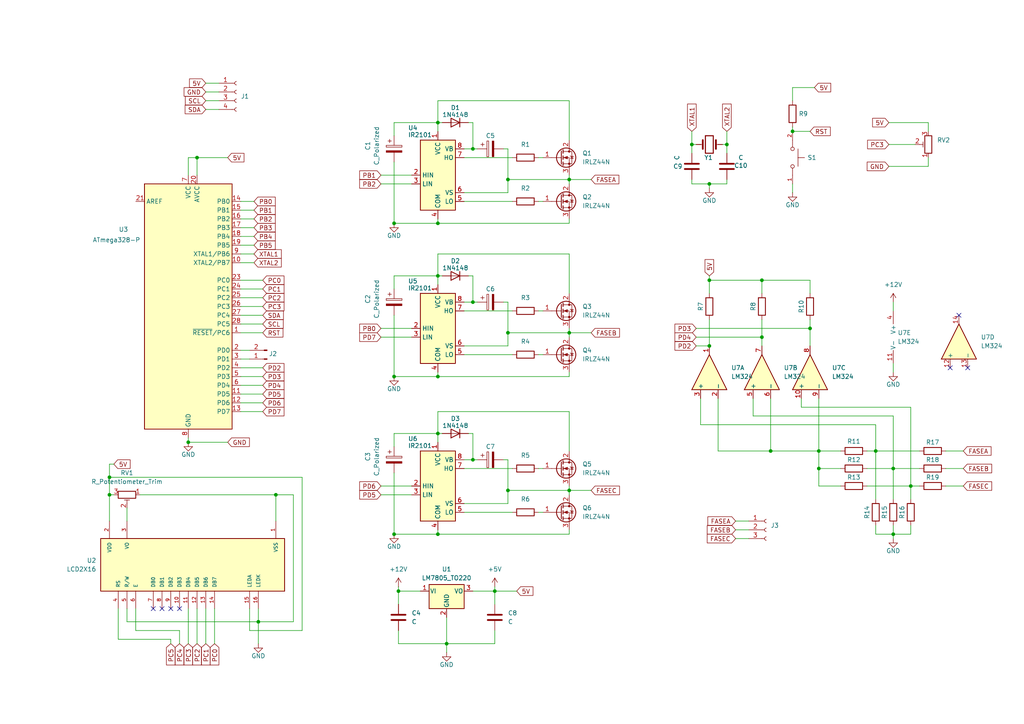
<source format=kicad_sch>
(kicad_sch (version 20231120) (generator "eeschema") (generator_version "8.0")
  (paper "A4")
  (junction (at 31.75 138.43))
  (junction (at 127 64.77))
  (junction (at 234.95 95.25))
  (junction (at 54.61 128.27))
  (junction (at 165.1 52.07))
  (junction (at 114.3 154.94))
  (junction (at 165.1 142.24))
  (junction (at 127 80.01))
  (junction (at 127 35.56))
  (junction (at 237.49 135.89))
  (junction (at 57.15 45.72))
  (junction (at 80.01 143.51))
  (junction (at 114.3 64.77))
  (junction (at 127 109.22))
  (junction (at 31.75 143.51))
  (junction (at 74.93 180.34))
  (junction (at 259.08 135.89))
  (junction (at 205.74 81.28))
  (junction (at 223.52 130.81))
  (junction (at 220.98 81.28))
  (junction (at 137.16 43.18))
  (junction (at 205.74 100.33))
  (junction (at 127 154.94))
  (junction (at 254 130.81))
  (junction (at 137.16 133.35))
  (junction (at 114.3 109.22))
  (junction (at 220.98 97.79))
  (junction (at 129.54 186.69))
  (junction (at 200.66 41.91))
  (junction (at 147.32 96.52))
  (junction (at 210.82 41.91))
  (junction (at 115.57 171.45))
  (junction (at 229.87 38.1))
  (junction (at 147.32 142.24))
  (junction (at 165.1 96.52))
  (junction (at 205.74 53.34))
  (junction (at 147.32 52.07))
  (junction (at 127 125.73))
  (junction (at 137.16 87.63))
  (junction (at 237.49 130.81))
  (junction (at 143.51 171.45))
  (junction (at 259.08 154.94))
  (junction (at 264.16 140.97))
  (no_connect (at 52.07 176.53))
  (no_connect (at 278.13 91.44))
  (no_connect (at 49.53 176.53))
  (no_connect (at 44.45 176.53))
  (no_connect (at 46.99 176.53))
  (no_connect (at 275.59 106.68))
  (no_connect (at 280.67 106.68))
  (wire (pts (xy 254 152.4) (xy 254 154.94)))
  (wire (pts (xy 73.66 73.66) (xy 69.85 73.66)))
  (wire (pts (xy 229.87 38.1) (xy 234.95 38.1)))
  (wire (pts (xy 137.16 35.56) (xy 135.89 35.56)))
  (wire (pts (xy 73.66 71.12) (xy 69.85 71.12)))
  (wire (pts (xy 59.69 29.21) (xy 63.5 29.21)))
  (wire (pts (xy 114.3 35.56) (xy 127 35.56)))
  (wire (pts (xy 143.51 182.88) (xy 143.51 186.69)))
  (wire (pts (xy 254 130.81) (xy 266.7 130.81)))
  (wire (pts (xy 218.44 120.65) (xy 259.08 120.65)))
  (wire (pts (xy 62.23 176.53) (xy 62.23 186.69)))
  (wire (pts (xy 114.3 125.73) (xy 127 125.73)))
  (wire (pts (xy 49.53 186.69) (xy 49.53 185.42)))
  (wire (pts (xy 143.51 171.45) (xy 149.86 171.45)))
  (wire (pts (xy 279.4 140.97) (xy 274.32 140.97)))
  (wire (pts (xy 57.15 176.53) (xy 57.15 186.69)))
  (wire (pts (xy 165.1 154.94) (xy 127 154.94)))
  (wire (pts (xy 243.84 130.81) (xy 237.49 130.81)))
  (wire (pts (xy 156.21 148.59) (xy 157.48 148.59)))
  (wire (pts (xy 229.87 25.4) (xy 229.87 29.21)))
  (wire (pts (xy 201.93 41.91) (xy 200.66 41.91)))
  (wire (pts (xy 229.87 36.83) (xy 229.87 38.1)))
  (wire (pts (xy 76.2 111.76) (xy 69.85 111.76)))
  (wire (pts (xy 76.2 88.9) (xy 69.85 88.9)))
  (wire (pts (xy 127 35.56) (xy 128.27 35.56)))
  (wire (pts (xy 165.1 153.67) (xy 165.1 154.94)))
  (wire (pts (xy 59.69 24.13) (xy 63.5 24.13)))
  (wire (pts (xy 59.69 31.75) (xy 63.5 31.75)))
  (wire (pts (xy 205.74 92.71) (xy 205.74 100.33)))
  (wire (pts (xy 259.08 135.89) (xy 266.7 135.89)))
  (wire (pts (xy 264.16 140.97) (xy 266.7 140.97)))
  (wire (pts (xy 236.22 25.4) (xy 229.87 25.4)))
  (wire (pts (xy 114.3 91.44) (xy 114.3 109.22)))
  (wire (pts (xy 127 64.77) (xy 114.3 64.77)))
  (wire (pts (xy 114.3 39.37) (xy 114.3 35.56)))
  (wire (pts (xy 31.75 138.43) (xy 31.75 143.51)))
  (wire (pts (xy 254 130.81) (xy 254 144.78)))
  (wire (pts (xy 134.62 55.88) (xy 147.32 55.88)))
  (wire (pts (xy 115.57 186.69) (xy 115.57 182.88)))
  (wire (pts (xy 264.16 152.4) (xy 264.16 154.94)))
  (wire (pts (xy 54.61 45.72) (xy 54.61 50.8)))
  (wire (pts (xy 146.05 87.63) (xy 147.32 87.63)))
  (wire (pts (xy 69.85 91.44) (xy 76.2 91.44)))
  (wire (pts (xy 146.05 43.18) (xy 147.32 43.18)))
  (wire (pts (xy 143.51 186.69) (xy 129.54 186.69)))
  (wire (pts (xy 147.32 87.63) (xy 147.32 96.52)))
  (wire (pts (xy 114.3 80.01) (xy 127 80.01)))
  (wire (pts (xy 85.09 143.51) (xy 80.01 143.51)))
  (wire (pts (xy 223.52 130.81) (xy 237.49 130.81)))
  (wire (pts (xy 127 154.94) (xy 114.3 154.94)))
  (wire (pts (xy 165.1 130.81) (xy 165.1 119.38)))
  (wire (pts (xy 165.1 142.24) (xy 165.1 143.51)))
  (wire (pts (xy 110.49 50.8) (xy 119.38 50.8)))
  (wire (pts (xy 129.54 186.69) (xy 115.57 186.69)))
  (wire (pts (xy 257.81 41.91) (xy 265.43 41.91)))
  (wire (pts (xy 31.75 143.51) (xy 31.75 151.13)))
  (wire (pts (xy 115.57 170.18) (xy 115.57 171.45)))
  (wire (pts (xy 115.57 171.45) (xy 121.92 171.45)))
  (wire (pts (xy 127 38.1) (xy 127 35.56)))
  (wire (pts (xy 147.32 142.24) (xy 147.32 146.05)))
  (wire (pts (xy 134.62 133.35) (xy 137.16 133.35)))
  (wire (pts (xy 165.1 85.09) (xy 165.1 73.66)))
  (wire (pts (xy 114.3 46.99) (xy 114.3 64.77)))
  (wire (pts (xy 137.16 43.18) (xy 138.43 43.18)))
  (wire (pts (xy 127 63.5) (xy 127 64.77)))
  (wire (pts (xy 279.4 135.89) (xy 274.32 135.89)))
  (wire (pts (xy 257.81 48.26) (xy 269.24 48.26)))
  (wire (pts (xy 74.93 176.53) (xy 74.93 180.34)))
  (wire (pts (xy 80.01 143.51) (xy 80.01 151.13)))
  (wire (pts (xy 208.28 130.81) (xy 223.52 130.81)))
  (wire (pts (xy 165.1 29.21) (xy 127 29.21)))
  (wire (pts (xy 72.39 101.6) (xy 69.85 101.6)))
  (wire (pts (xy 259.08 87.63) (xy 259.08 90.17)))
  (wire (pts (xy 156.21 102.87) (xy 157.48 102.87)))
  (wire (pts (xy 134.62 58.42) (xy 148.59 58.42)))
  (wire (pts (xy 257.81 35.56) (xy 269.24 35.56)))
  (wire (pts (xy 127 107.95) (xy 127 109.22)))
  (wire (pts (xy 74.93 180.34) (xy 85.09 180.34)))
  (wire (pts (xy 57.15 45.72) (xy 57.15 50.8)))
  (wire (pts (xy 115.57 175.26) (xy 115.57 171.45)))
  (wire (pts (xy 220.98 92.71) (xy 220.98 97.79)))
  (wire (pts (xy 220.98 97.79) (xy 220.98 100.33)))
  (wire (pts (xy 72.39 182.88) (xy 87.63 182.88)))
  (wire (pts (xy 134.62 135.89) (xy 148.59 135.89)))
  (wire (pts (xy 208.28 115.57) (xy 208.28 130.81)))
  (wire (pts (xy 73.66 68.58) (xy 69.85 68.58)))
  (wire (pts (xy 143.51 171.45) (xy 143.51 175.26)))
  (wire (pts (xy 147.32 133.35) (xy 147.32 142.24)))
  (wire (pts (xy 147.32 52.07) (xy 147.32 55.88)))
  (wire (pts (xy 165.1 63.5) (xy 165.1 64.77)))
  (wire (pts (xy 73.66 76.2) (xy 69.85 76.2)))
  (wire (pts (xy 237.49 115.57) (xy 237.49 130.81)))
  (wire (pts (xy 134.62 90.17) (xy 148.59 90.17)))
  (wire (pts (xy 69.85 83.82) (xy 76.2 83.82)))
  (wire (pts (xy 127 73.66) (xy 127 80.01)))
  (wire (pts (xy 134.62 146.05) (xy 147.32 146.05)))
  (wire (pts (xy 264.16 154.94) (xy 259.08 154.94)))
  (wire (pts (xy 36.83 180.34) (xy 74.93 180.34)))
  (wire (pts (xy 218.44 115.57) (xy 218.44 120.65)))
  (wire (pts (xy 54.61 45.72) (xy 57.15 45.72)))
  (wire (pts (xy 156.21 90.17) (xy 157.48 90.17)))
  (wire (pts (xy 200.66 52.07) (xy 200.66 53.34)))
  (wire (pts (xy 234.95 95.25) (xy 234.95 100.33)))
  (wire (pts (xy 243.84 135.89) (xy 237.49 135.89)))
  (wire (pts (xy 147.32 96.52) (xy 147.32 100.33)))
  (wire (pts (xy 203.2 123.19) (xy 254 123.19)))
  (wire (pts (xy 31.75 134.62) (xy 31.75 138.43)))
  (wire (pts (xy 237.49 135.89) (xy 237.49 130.81)))
  (wire (pts (xy 36.83 147.32) (xy 36.83 151.13)))
  (wire (pts (xy 147.32 96.52) (xy 165.1 96.52)))
  (wire (pts (xy 127 80.01) (xy 128.27 80.01)))
  (wire (pts (xy 76.2 109.22) (xy 69.85 109.22)))
  (wire (pts (xy 66.04 128.27) (xy 54.61 128.27)))
  (wire (pts (xy 156.21 58.42) (xy 157.48 58.42)))
  (wire (pts (xy 52.07 182.88) (xy 39.37 182.88)))
  (wire (pts (xy 127 82.55) (xy 127 80.01)))
  (wire (pts (xy 76.2 119.38) (xy 69.85 119.38)))
  (wire (pts (xy 220.98 81.28) (xy 205.74 81.28)))
  (wire (pts (xy 73.66 58.42) (xy 69.85 58.42)))
  (wire (pts (xy 73.66 63.5) (xy 69.85 63.5)))
  (wire (pts (xy 165.1 73.66) (xy 127 73.66)))
  (wire (pts (xy 210.82 41.91) (xy 210.82 44.45)))
  (wire (pts (xy 200.66 38.1) (xy 200.66 41.91)))
  (wire (pts (xy 251.46 130.81) (xy 254 130.81)))
  (wire (pts (xy 134.62 87.63) (xy 137.16 87.63)))
  (wire (pts (xy 200.66 41.91) (xy 200.66 44.45)))
  (wire (pts (xy 76.2 116.84) (xy 69.85 116.84)))
  (wire (pts (xy 36.83 176.53) (xy 36.83 180.34)))
  (wire (pts (xy 134.62 45.72) (xy 148.59 45.72)))
  (wire (pts (xy 251.46 135.89) (xy 259.08 135.89)))
  (wire (pts (xy 137.16 133.35) (xy 138.43 133.35)))
  (wire (pts (xy 110.49 53.34) (xy 119.38 53.34)))
  (wire (pts (xy 171.45 96.52) (xy 165.1 96.52)))
  (wire (pts (xy 137.16 87.63) (xy 137.16 80.01)))
  (wire (pts (xy 165.1 140.97) (xy 165.1 142.24)))
  (wire (pts (xy 127 153.67) (xy 127 154.94)))
  (wire (pts (xy 134.62 148.59) (xy 148.59 148.59)))
  (wire (pts (xy 213.36 153.67) (xy 217.17 153.67)))
  (wire (pts (xy 234.95 85.09) (xy 234.95 81.28)))
  (wire (pts (xy 205.74 53.34) (xy 200.66 53.34)))
  (wire (pts (xy 40.64 143.51) (xy 80.01 143.51)))
  (wire (pts (xy 210.82 53.34) (xy 205.74 53.34)))
  (wire (pts (xy 114.3 129.54) (xy 114.3 125.73)))
  (wire (pts (xy 165.1 96.52) (xy 165.1 97.79)))
  (wire (pts (xy 259.08 152.4) (xy 259.08 154.94)))
  (wire (pts (xy 223.52 115.57) (xy 223.52 130.81)))
  (wire (pts (xy 143.51 170.18) (xy 143.51 171.45)))
  (wire (pts (xy 237.49 140.97) (xy 237.49 135.89)))
  (wire (pts (xy 110.49 140.97) (xy 119.38 140.97)))
  (wire (pts (xy 54.61 176.53) (xy 54.61 186.69)))
  (wire (pts (xy 210.82 38.1) (xy 210.82 41.91)))
  (wire (pts (xy 137.16 80.01) (xy 135.89 80.01)))
  (wire (pts (xy 137.16 133.35) (xy 137.16 125.73)))
  (wire (pts (xy 129.54 179.07) (xy 129.54 186.69)))
  (wire (pts (xy 134.62 102.87) (xy 148.59 102.87)))
  (wire (pts (xy 59.69 26.67) (xy 63.5 26.67)))
  (wire (pts (xy 165.1 119.38) (xy 127 119.38)))
  (wire (pts (xy 114.3 83.82) (xy 114.3 80.01)))
  (wire (pts (xy 59.69 176.53) (xy 59.69 186.69)))
  (wire (pts (xy 243.84 140.97) (xy 237.49 140.97)))
  (wire (pts (xy 165.1 50.8) (xy 165.1 52.07)))
  (wire (pts (xy 49.53 185.42) (xy 34.29 185.42)))
  (wire (pts (xy 127 128.27) (xy 127 125.73)))
  (wire (pts (xy 201.93 97.79) (xy 220.98 97.79)))
  (wire (pts (xy 127 119.38) (xy 127 125.73)))
  (wire (pts (xy 171.45 52.07) (xy 165.1 52.07)))
  (wire (pts (xy 110.49 95.25) (xy 119.38 95.25)))
  (wire (pts (xy 165.1 40.64) (xy 165.1 29.21)))
  (wire (pts (xy 137.16 43.18) (xy 137.16 35.56)))
  (wire (pts (xy 165.1 109.22) (xy 127 109.22)))
  (wire (pts (xy 269.24 35.56) (xy 269.24 38.1)))
  (wire (pts (xy 165.1 64.77) (xy 127 64.77)))
  (wire (pts (xy 129.54 186.69) (xy 129.54 189.23)))
  (wire (pts (xy 201.93 100.33) (xy 205.74 100.33)))
  (wire (pts (xy 69.85 93.98) (xy 76.2 93.98)))
  (wire (pts (xy 259.08 154.94) (xy 259.08 156.21)))
  (wire (pts (xy 134.62 43.18) (xy 137.16 43.18)))
  (wire (pts (xy 259.08 107.95) (xy 259.08 105.41)))
  (wire (pts (xy 76.2 106.68) (xy 69.85 106.68)))
  (wire (pts (xy 110.49 97.79) (xy 119.38 97.79)))
  (wire (pts (xy 54.61 128.27) (xy 54.61 127)))
  (wire (pts (xy 210.82 52.07) (xy 210.82 53.34)))
  (wire (pts (xy 134.62 100.33) (xy 147.32 100.33)))
  (wire (pts (xy 213.36 156.21) (xy 217.17 156.21)))
  (wire (pts (xy 69.85 81.28) (xy 76.2 81.28)))
  (wire (pts (xy 213.36 151.13) (xy 217.17 151.13)))
  (wire (pts (xy 85.09 180.34) (xy 85.09 143.51)))
  (wire (pts (xy 137.16 171.45) (xy 143.51 171.45)))
  (wire (pts (xy 205.74 81.28) (xy 205.74 85.09)))
  (wire (pts (xy 165.1 107.95) (xy 165.1 109.22)))
  (wire (pts (xy 127 125.73) (xy 128.27 125.73)))
  (wire (pts (xy 234.95 81.28) (xy 220.98 81.28)))
  (wire (pts (xy 114.3 137.16) (xy 114.3 154.94)))
  (wire (pts (xy 209.55 41.91) (xy 210.82 41.91)))
  (wire (pts (xy 264.16 118.11) (xy 264.16 140.97)))
  (wire (pts (xy 76.2 114.3) (xy 69.85 114.3)))
  (wire (pts (xy 34.29 185.42) (xy 34.29 176.53)))
  (wire (pts (xy 72.39 104.14) (xy 69.85 104.14)))
  (wire (pts (xy 232.41 118.11) (xy 264.16 118.11)))
  (wire (pts (xy 171.45 142.24) (xy 165.1 142.24)))
  (wire (pts (xy 254 123.19) (xy 254 130.81)))
  (wire (pts (xy 69.85 96.52) (xy 76.2 96.52)))
  (wire (pts (xy 147.32 43.18) (xy 147.32 52.07)))
  (wire (pts (xy 127 29.21) (xy 127 35.56)))
  (wire (pts (xy 87.63 182.88) (xy 87.63 138.43)))
  (wire (pts (xy 73.66 66.04) (xy 69.85 66.04)))
  (wire (pts (xy 39.37 182.88) (xy 39.37 176.53)))
  (wire (pts (xy 203.2 115.57) (xy 203.2 123.19)))
  (wire (pts (xy 156.21 135.89) (xy 157.48 135.89)))
  (wire (pts (xy 73.66 60.96) (xy 69.85 60.96)))
  (wire (pts (xy 87.63 138.43) (xy 31.75 138.43)))
  (wire (pts (xy 234.95 92.71) (xy 234.95 95.25)))
  (wire (pts (xy 156.21 45.72) (xy 157.48 45.72)))
  (wire (pts (xy 229.87 55.88) (xy 229.87 53.34)))
  (wire (pts (xy 279.4 130.81) (xy 274.32 130.81)))
  (wire (pts (xy 205.74 80.01) (xy 205.74 81.28)))
  (wire (pts (xy 72.39 176.53) (xy 72.39 182.88)))
  (wire (pts (xy 127 109.22) (xy 114.3 109.22)))
  (wire (pts (xy 147.32 142.24) (xy 165.1 142.24)))
  (wire (pts (xy 251.46 140.97) (xy 264.16 140.97)))
  (wire (pts (xy 137.16 125.73) (xy 135.89 125.73)))
  (wire (pts (xy 232.41 115.57) (xy 232.41 118.11)))
  (wire (pts (xy 31.75 143.51) (xy 33.02 143.51)))
  (wire (pts (xy 110.49 143.51) (xy 119.38 143.51)))
  (wire (pts (xy 259.08 120.65) (xy 259.08 135.89)))
  (wire (pts (xy 74.93 180.34) (xy 74.93 186.69)))
  (wire (pts (xy 165.1 95.25) (xy 165.1 96.52)))
  (wire (pts (xy 220.98 85.09) (xy 220.98 81.28)))
  (wire (pts (xy 264.16 140.97) (xy 264.16 144.78)))
  (wire (pts (xy 146.05 133.35) (xy 147.32 133.35)))
  (wire (pts (xy 269.24 48.26) (xy 269.24 45.72)))
  (wire (pts (xy 33.02 134.62) (xy 31.75 134.62)))
  (wire (pts (xy 201.93 95.25) (xy 234.95 95.25)))
  (wire (pts (xy 205.74 53.34) (xy 205.74 54.61)))
  (wire (pts (xy 147.32 52.07) (xy 165.1 52.07)))
  (wire (pts (xy 254 154.94) (xy 259.08 154.94)))
  (wire (pts (xy 137.16 87.63) (xy 138.43 87.63)))
  (wire (pts (xy 52.07 182.88) (xy 52.07 186.69)))
  (wire (pts (xy 69.85 86.36) (xy 76.2 86.36)))
  (wire (pts (xy 57.15 45.72) (xy 66.04 45.72)))
  (wire (pts (xy 259.08 135.89) (xy 259.08 144.78)))
  (wire (pts (xy 165.1 52.07) (xy 165.1 53.34)))
  (global_label "XTAL1" (shape input) (at 200.66 38.1 90) (property "Intersheetrefs" "${INTERSHEET_REFS}" (effects (hide yes))))
  (global_label "PD2" (shape input) (at 76.2 106.68 0) (property "Intersheetrefs" "${INTERSHEET_REFS}" (effects (hide yes))))
  (global_label "PD7" (shape input) (at 76.2 119.38 0) (property "Intersheetrefs" "${INTERSHEET_REFS}" (effects (hide yes))))
  (global_label "5V" (shape input) (at 59.69 24.13 180) (property "Intersheetrefs" "${INTERSHEET_REFS}" (effects (hide yes))))
  (global_label "FASEC" (shape input) (at 213.36 156.21 180) (property "Intersheetrefs" "${INTERSHEET_REFS}" (effects (hide yes))))
  (global_label "5V" (shape input) (at 149.86 171.45 0) (property "Intersheetrefs" "${INTERSHEET_REFS}" (effects (hide yes))))
  (global_label "PB1" (shape input) (at 110.49 50.8 180) (property "Intersheetrefs" "${INTERSHEET_REFS}" (effects (hide yes))))
  (global_label "PC3" (shape input) (at 76.2 88.9 0) (property "Intersheetrefs" "${INTERSHEET_REFS}" (effects (hide yes))))
  (global_label "PD5" (shape input) (at 76.2 114.3 0) (property "Intersheetrefs" "${INTERSHEET_REFS}" (effects (hide yes))))
  (global_label "GND" (shape input) (at 59.69 26.67 180) (property "Intersheetrefs" "${INTERSHEET_REFS}" (effects (hide yes))))
  (global_label "5V" (shape input) (at 33.02 134.62 0) (property "Intersheetrefs" "${INTERSHEET_REFS}" (effects (hide yes))))
  (global_label "PC2" (shape input) (at 57.15 186.69 270) (property "Intersheetrefs" "${INTERSHEET_REFS}" (effects (hide yes))))
  (global_label "PC2" (shape input) (at 76.2 86.36 0) (property "Intersheetrefs" "${INTERSHEET_REFS}" (effects (hide yes))))
  (global_label "SDA" (shape input) (at 76.2 91.44 0) (property "Intersheetrefs" "${INTERSHEET_REFS}" (effects (hide yes))))
  (global_label "PC3" (shape input) (at 54.61 186.69 270) (property "Intersheetrefs" "${INTERSHEET_REFS}" (effects (hide yes))))
  (global_label "RST" (shape input) (at 234.95 38.1 0) (property "Intersheetrefs" "${INTERSHEET_REFS}" (effects (hide yes))))
  (global_label "FASEA" (shape input) (at 213.36 151.13 180) (property "Intersheetrefs" "${INTERSHEET_REFS}" (effects (hide yes))))
  (global_label "FASEB" (shape input) (at 213.36 153.67 180) (property "Intersheetrefs" "${INTERSHEET_REFS}" (effects (hide yes))))
  (global_label "PD6" (shape input) (at 76.2 116.84 0) (property "Intersheetrefs" "${INTERSHEET_REFS}" (effects (hide yes))))
  (global_label "5V" (shape input) (at 205.74 80.01 90) (property "Intersheetrefs" "${INTERSHEET_REFS}" (effects (hide yes))))
  (global_label "PC1" (shape input) (at 76.2 83.82 0) (property "Intersheetrefs" "${INTERSHEET_REFS}" (effects (hide yes))))
  (global_label "PC1" (shape input) (at 59.69 186.69 270) (property "Intersheetrefs" "${INTERSHEET_REFS}" (effects (hide yes))))
  (global_label "FASEA" (shape input) (at 279.4 130.81 0) (property "Intersheetrefs" "${INTERSHEET_REFS}" (effects (hide yes))))
  (global_label "PB5" (shape input) (at 73.66 71.12 0) (property "Intersheetrefs" "${INTERSHEET_REFS}" (effects (hide yes))))
  (global_label "PB1" (shape input) (at 73.66 60.96 0) (property "Intersheetrefs" "${INTERSHEET_REFS}" (effects (hide yes))))
  (global_label "PD6" (shape input) (at 110.49 140.97 180) (property "Intersheetrefs" "${INTERSHEET_REFS}" (effects (hide yes))))
  (global_label "PB4" (shape input) (at 73.66 68.58 0) (property "Intersheetrefs" "${INTERSHEET_REFS}" (effects (hide yes))))
  (global_label "5V" (shape input) (at 66.04 45.72 0) (property "Intersheetrefs" "${INTERSHEET_REFS}" (effects (hide yes))))
  (global_label "PB0" (shape input) (at 73.66 58.42 0) (property "Intersheetrefs" "${INTERSHEET_REFS}" (effects (hide yes))))
  (global_label "PD3" (shape input) (at 201.93 95.25 180) (property "Intersheetrefs" "${INTERSHEET_REFS}" (effects (hide yes))))
  (global_label "PB3" (shape input) (at 73.66 66.04 0) (property "Intersheetrefs" "${INTERSHEET_REFS}" (effects (hide yes))))
  (global_label "PB2" (shape input) (at 73.66 63.5 0) (property "Intersheetrefs" "${INTERSHEET_REFS}" (effects (hide yes))))
  (global_label "PC4" (shape input) (at 52.07 186.69 270) (property "Intersheetrefs" "${INTERSHEET_REFS}" (effects (hide yes))))
  (global_label "GND" (shape input) (at 257.81 48.26 180) (property "Intersheetrefs" "${INTERSHEET_REFS}" (effects (hide yes))))
  (global_label "PD7" (shape input) (at 110.49 97.79 180) (property "Intersheetrefs" "${INTERSHEET_REFS}" (effects (hide yes))))
  (global_label "PD2" (shape input) (at 201.93 100.33 180) (property "Intersheetrefs" "${INTERSHEET_REFS}" (effects (hide yes))))
  (global_label "PB0" (shape input) (at 110.49 95.25 180) (property "Intersheetrefs" "${INTERSHEET_REFS}" (effects (hide yes))))
  (global_label "GND" (shape input) (at 66.04 128.27 0) (property "Intersheetrefs" "${INTERSHEET_REFS}" (effects (hide yes))))
  (global_label "PC3" (shape input) (at 257.81 41.91 180) (property "Intersheetrefs" "${INTERSHEET_REFS}" (effects (hide yes))))
  (global_label "FASEA" (shape input) (at 171.45 52.07 0) (property "Intersheetrefs" "${INTERSHEET_REFS}" (effects (hide yes))))
  (global_label "PD4" (shape input) (at 76.2 111.76 0) (property "Intersheetrefs" "${INTERSHEET_REFS}" (effects (hide yes))))
  (global_label "XTAL2" (shape input) (at 73.66 76.2 0) (property "Intersheetrefs" "${INTERSHEET_REFS}" (effects (hide yes))))
  (global_label "RST" (shape input) (at 76.2 96.52 0) (property "Intersheetrefs" "${INTERSHEET_REFS}" (effects (hide yes))))
  (global_label "SCL" (shape input) (at 76.2 93.98 0) (property "Intersheetrefs" "${INTERSHEET_REFS}" (effects (hide yes))))
  (global_label "FASEC" (shape input) (at 171.45 142.24 0) (property "Intersheetrefs" "${INTERSHEET_REFS}" (effects (hide yes))))
  (global_label "SCL" (shape input) (at 59.69 29.21 180) (property "Intersheetrefs" "${INTERSHEET_REFS}" (effects (hide yes))))
  (global_label "FASEB" (shape input) (at 171.45 96.52 0) (property "Intersheetrefs" "${INTERSHEET_REFS}" (effects (hide yes))))
  (global_label "PD5" (shape input) (at 110.49 143.51 180) (property "Intersheetrefs" "${INTERSHEET_REFS}" (effects (hide yes))))
  (global_label "SDA" (shape input) (at 59.69 31.75 180) (property "Intersheetrefs" "${INTERSHEET_REFS}" (effects (hide yes))))
  (global_label "PB2" (shape input) (at 110.49 53.34 180) (property "Intersheetrefs" "${INTERSHEET_REFS}" (effects (hide yes))))
  (global_label "XTAL2" (shape input) (at 210.82 38.1 90) (property "Intersheetrefs" "${INTERSHEET_REFS}" (effects (hide yes))))
  (global_label "FASEC" (shape input) (at 279.4 140.97 0) (property "Intersheetrefs" "${INTERSHEET_REFS}" (effects (hide yes))))
  (global_label "XTAL1" (shape input) (at 73.66 73.66 0) (property "Intersheetrefs" "${INTERSHEET_REFS}" (effects (hide yes))))
  (global_label "PC5" (shape input) (at 49.53 186.69 270) (property "Intersheetrefs" "${INTERSHEET_REFS}" (effects (hide yes))))
  (global_label "FASEB" (shape input) (at 279.4 135.89 0) (property "Intersheetrefs" "${INTERSHEET_REFS}" (effects (hide yes))))
  (global_label "PD4" (shape input) (at 201.93 97.79 180) (property "Intersheetrefs" "${INTERSHEET_REFS}" (effects (hide yes))))
  (global_label "PC0" (shape input) (at 76.2 81.28 0) (property "Intersheetrefs" "${INTERSHEET_REFS}" (effects (hide yes))))
  (global_label "PC0" (shape input) (at 62.23 186.69 270) (property "Intersheetrefs" "${INTERSHEET_REFS}" (effects (hide yes))))
  (global_label "PD3" (shape input) (at 76.2 109.22 0) (property "Intersheetrefs" "${INTERSHEET_REFS}" (effects (hide yes))))
  (global_label "5V" (shape input) (at 257.81 35.56 180) (property "Intersheetrefs" "${INTERSHEET_REFS}" (effects (hide yes))))
  (global_label "5V" (shape input) (at 236.22 25.4 0) (property "Intersheetrefs" "${INTERSHEET_REFS}" (effects (hide yes))))
  (symbol (lib_id "Driver_FET:IR2101") (at 127 140.97 0) (unit 1)
    (property "Reference" "U6" (at 118.364 127.254 0) (effects (justify left)))
    (property "Value" "IR2101" (at 118.364 129.286 0) (effects (justify left)))
    (property "Footprint" "Package_DIP:DIP-8_W7.62mm" (effects (hide yes)))
    (property "Datasheet" "https://www.infineon.com/dgdl/ir2101.pdf?fileId=5546d462533600a4015355c7a755166c" (effects (hide yes)))
    (property "Description" "High and Low Side Driver, 600V, 210/360mA, PDIP-8/SOIC-8" (effects (hide yes)))
  )
  (symbol (lib_id "Diode:1N4148") (at 132.08 80.01 180) (unit 1)
    (property "Reference" "D2" (at 132.08 75.692 0))
    (property "Value" "1N4148" (at 132.08 77.724 0))
    (property "Footprint" "Diode_THT:D_DO-35_SOD27_P7.62mm_Horizontal" (effects (hide yes)))
    (property "Datasheet" "https://assets.nexperia.com/documents/data-sheet/1N4148_1N4448.pdf" (effects (hide yes)))
    (property "Description" "100V 0.15A standard switching diode, DO-35" (effects (hide yes)))
    (property "Sim.Device" "D" (effects (hide yes)))
    (property "Sim.Pins" "1=K 2=A" (effects (hide yes)))
  )
  (symbol (lib_id "Connector:Conn_01x02_Pin") (at 77.47 104.14 180) (unit 1)
    (property "Reference" "J2" (at 77.978 102.616 0) (effects (justify right)))
    (property "Value" "Conn_01x02_Pin" (effects (hide yes)))
    (property "Footprint" "Connector_PinHeader_2.54mm:PinHeader_1x02_P2.54mm_Vertical" (effects (hide yes)))
    (property "Description" "Generic connector, single row, 01x02, script generated" (effects (hide yes)))
  )
  (symbol (lib_id "Regulator_Linear:LM7805_TO220") (at 129.54 171.45 0) (unit 1)
    (property "Reference" "U1" (at 129.54 165.1 0))
    (property "Value" "LM7805_TO220" (at 129.54 167.64 0))
    (property "Footprint" "Package_TO_SOT_THT:TO-220-3_Vertical" (effects (hide yes)))
    (property "Datasheet" "https://www.onsemi.cn/PowerSolutions/document/MC7800-D.PDF" (effects (hide yes)))
    (property "Description" "Positive 1A 35V Linear Regulator, Fixed Output 5V, TO-220" (effects (hide yes)))
  )
  (symbol (lib_id "Device:R") (at 270.51 135.89 90) (unit 1)
    (property "Reference" "R18" (at 270.51 133.35 90))
    (property "Value" "R" (effects (hide yes)))
    (property "Footprint" "Resistor_THT:R_Axial_DIN0207_L6.3mm_D2.5mm_P10.16mm_Horizontal" (effects (hide yes)))
    (property "Description" "Resistor" (effects (hide yes)))
  )
  (symbol (lib_id "Device:R") (at 152.4 45.72 90) (unit 1)
    (property "Reference" "R1" (at 152.4 41.91 90))
    (property "Value" "R" (effects (hide yes)))
    (property "Footprint" "Resistor_THT:R_Axial_DIN0207_L6.3mm_D2.5mm_P10.16mm_Horizontal" (effects (hide yes)))
    (property "Description" "Resistor" (effects (hide yes)))
  )
  (symbol (lib_id "Device:R") (at 270.51 140.97 90) (unit 1)
    (property "Reference" "R19" (at 270.51 138.43 90))
    (property "Value" "R" (effects (hide yes)))
    (property "Footprint" "Resistor_THT:R_Axial_DIN0207_L6.3mm_D2.5mm_P10.16mm_Horizontal" (effects (hide yes)))
    (property "Description" "Resistor" (effects (hide yes)))
  )
  (symbol (lib_id "power:GND") (at 54.61 128.27 0) (unit 1)
    (property "Reference" "#PWR02" (effects (hide yes)))
    (property "Value" "GND" (at 54.61 131.826 0))
    (property "Description" "Power symbol creates a global label with name \"GND\" , ground" (effects (hide yes)))
  )
  (symbol (lib_id "Device:Crystal") (at 205.74 41.91 180) (unit 1)
    (property "Reference" "Y1" (at 206.756 45.72 0) (effects (justify left)))
    (property "Value" "Crystal" (effects (hide yes)))
    (property "Footprint" "Crystal:Crystal_HC49-4H_Vertical" (effects (hide yes)))
    (property "Description" "Two pin crystal" (effects (hide yes)))
  )
  (symbol (lib_id "Device:R") (at 229.87 33.02 0) (mirror x) (unit 1)
    (property "Reference" "R9" (at 231.648 33.02 0) (effects (justify left)))
    (property "Value" "R" (effects (hide yes)))
    (property "Footprint" "Resistor_THT:R_Axial_DIN0207_L6.3mm_D2.5mm_P10.16mm_Horizontal" (effects (hide yes)))
    (property "Description" "Resistor" (effects (hide yes)))
  )
  (symbol (lib_id "Device:C_Polarized") (at 114.3 43.18 0) (unit 1)
    (property "Reference" "C1" (at 106.68 42.291 90))
    (property "Value" "C_Polarized" (at 109.22 42.291 90))
    (property "Footprint" "Capacitor_THT:CP_Radial_D10.0mm_P5.00mm" (effects (hide yes)))
    (property "Description" "Polarized capacitor" (effects (hide yes)))
  )
  (symbol (lib_id "Amplifier_Operational:LM324") (at 234.95 107.95 90) (unit 3)
    (property "Reference" "U7" (at 241.3 106.6799 90) (effects (justify right)))
    (property "Value" "LM324" (at 241.3 109.2199 90) (effects (justify right)))
    (property "Footprint" "Package_DIP:DIP-14_W7.62mm" (effects (hide yes)))
    (property "Datasheet" "http://www.ti.com/lit/ds/symlink/lm2902-n.pdf" (effects (hide yes)))
    (property "Description" "Low-Power, Quad-Operational Amplifiers, DIP-14/SOIC-14/SSOP-14" (effects (hide yes)))
  )
  (symbol (lib_id "Device:C_Polarized") (at 114.3 133.35 0) (unit 1)
    (property "Reference" "C3" (at 106.68 132.461 90))
    (property "Value" "C_Polarized" (at 109.22 132.461 90))
    (property "Footprint" "Capacitor_THT:CP_Radial_D10.0mm_P5.00mm" (effects (hide yes)))
    (property "Description" "Polarized capacitor" (effects (hide yes)))
  )
  (symbol (lib_id "Device:R") (at 259.08 148.59 180) (unit 1)
    (property "Reference" "R15" (at 256.54 148.59 90))
    (property "Value" "R" (effects (hide yes)))
    (property "Footprint" "Resistor_THT:R_Axial_DIN0207_L6.3mm_D2.5mm_P10.16mm_Horizontal" (effects (hide yes)))
    (property "Description" "Resistor" (effects (hide yes)))
  )
  (symbol (lib_id "power:GND") (at 114.3 154.94 0) (unit 1)
    (property "Reference" "#PWR08" (effects (hide yes)))
    (property "Value" "GND" (at 114.3 158.496 0))
    (property "Description" "Power symbol creates a global label with name \"GND\" , ground" (effects (hide yes)))
  )
  (symbol (lib_id "Device:R_Potentiometer_Trim") (at 269.24 41.91 180) (unit 1)
    (property "Reference" "RV2" (at 271.78 40.6399 0) (effects (justify right)))
    (property "Value" "R_Potentiometer_Trim" (effects (hide yes)))
    (property "Footprint" "Potentiometer_THT:Potentiometer_Bourns_3296Y_Vertical" (effects (hide yes)))
    (property "Description" "Trim-potentiometer" (effects (hide yes)))
  )
  (symbol (lib_id "Amplifier_Operational:LM324") (at 220.98 107.95 90) (unit 2)
    (property "Reference" "U7" (at 227.33 106.6799 90) (effects (justify right)))
    (property "Value" "LM324" (at 227.33 109.2199 90) (effects (justify right)))
    (property "Footprint" "Package_DIP:DIP-14_W7.62mm" (effects (hide yes)))
    (property "Datasheet" "http://www.ti.com/lit/ds/symlink/lm2902-n.pdf" (effects (hide yes)))
    (property "Description" "Low-Power, Quad-Operational Amplifiers, DIP-14/SOIC-14/SSOP-14" (effects (hide yes)))
  )
  (symbol (lib_id "power:GND") (at 74.93 186.69 0) (unit 1)
    (property "Reference" "#PWR04" (effects (hide yes)))
    (property "Value" "GND" (at 74.93 190.246 0))
    (property "Description" "Power symbol creates a global label with name \"GND\" , ground" (effects (hide yes)))
  )
  (symbol (lib_id "Device:R") (at 205.74 88.9 180) (unit 1)
    (property "Reference" "R7" (at 203.2 88.9 90))
    (property "Value" "R" (effects (hide yes)))
    (property "Footprint" "Resistor_THT:R_Axial_DIN0207_L6.3mm_D2.5mm_P10.16mm_Horizontal" (effects (hide yes)))
    (property "Description" "Resistor" (effects (hide yes)))
  )
  (symbol (lib_id "Amplifier_Operational:LM324") (at 278.13 99.06 90) (unit 4)
    (property "Reference" "U7" (at 284.48 97.7899 90) (effects (justify right)))
    (property "Value" "LM324" (at 284.48 100.3299 90) (effects (justify right)))
    (property "Footprint" "Package_DIP:DIP-14_W7.62mm" (effects (hide yes)))
    (property "Datasheet" "http://www.ti.com/lit/ds/symlink/lm2902-n.pdf" (effects (hide yes)))
    (property "Description" "Low-Power, Quad-Operational Amplifiers, DIP-14/SOIC-14/SSOP-14" (effects (hide yes)))
  )
  (symbol (lib_id "Device:R_Potentiometer_Trim") (at 36.83 143.51 270) (unit 1)
    (property "Reference" "RV1" (at 36.83 137.16 90))
    (property "Value" "R_Potentiometer_Trim" (at 36.83 139.7 90))
    (property "Footprint" "Potentiometer_THT:Potentiometer_Bourns_3296Y_Vertical" (effects (hide yes)))
    (property "Description" "Trim-potentiometer" (effects (hide yes)))
  )
  (symbol (lib_id "Connector:Conn_01x04_Socket") (at 68.58 26.67 0) (unit 1)
    (property "Reference" "J1" (at 69.85 27.9399 0) (effects (justify left)))
    (property "Value" "Conn_01x04_Socket" (effects (hide yes)))
    (property "Footprint" "Connector_Molex:Molex_KK-254_AE-6410-04A_1x04_P2.54mm_Vertical" (effects (hide yes)))
    (property "Description" "Generic connector, single row, 01x04, script generated" (effects (hide yes)))
  )
  (symbol (lib_id "Device:C") (at 210.82 48.26 0) (unit 1)
    (property "Reference" "C10" (at 214.884 48.006 0))
    (property "Value" "C" (at 214.884 45.72 0))
    (property "Footprint" "Capacitor_THT:C_Disc_D9.0mm_W5.0mm_P5.00mm" (effects (hide yes)))
    (property "Description" "Unpolarized capacitor" (effects (hide yes)))
  )
  (symbol (lib_id "Device:C_Polarized") (at 114.3 87.63 0) (unit 1)
    (property "Reference" "C2" (at 106.68 86.741 90))
    (property "Value" "C_Polarized" (at 109.22 86.741 90))
    (property "Footprint" "Capacitor_THT:CP_Radial_D10.0mm_P5.00mm" (effects (hide yes)))
    (property "Description" "Polarized capacitor" (effects (hide yes)))
  )
  (symbol (lib_id "Device:R") (at 247.65 140.97 90) (unit 1)
    (property "Reference" "R13" (at 247.65 138.43 90))
    (property "Value" "R" (effects (hide yes)))
    (property "Footprint" "Resistor_THT:R_Axial_DIN0207_L6.3mm_D2.5mm_P10.16mm_Horizontal" (effects (hide yes)))
    (property "Description" "Resistor" (effects (hide yes)))
  )
  (symbol (lib_id "Device:R") (at 152.4 135.89 90) (unit 1)
    (property "Reference" "R5" (at 152.4 132.08 90))
    (property "Value" "R" (effects (hide yes)))
    (property "Footprint" "Resistor_THT:R_Axial_DIN0207_L6.3mm_D2.5mm_P10.16mm_Horizontal" (effects (hide yes)))
    (property "Description" "Resistor" (effects (hide yes)))
  )
  (symbol (lib_id "Connector:Conn_01x03_Socket") (at 222.25 153.67 0) (unit 1)
    (property "Reference" "J3" (at 223.52 152.3999 0) (effects (justify left)))
    (property "Value" "Conn_01x03_Socket" (effects (hide yes)))
    (property "Footprint" "Connector_PinHeader_2.54mm:PinHeader_1x03_P2.54mm_Vertical" (effects (hide yes)))
    (property "Description" "Generic connector, single row, 01x03, script generated" (effects (hide yes)))
  )
  (symbol (lib_id "Device:R") (at 152.4 58.42 90) (unit 1)
    (property "Reference" "R2" (at 152.4 54.61 90))
    (property "Value" "R" (effects (hide yes)))
    (property "Footprint" "Resistor_THT:R_Axial_DIN0207_L6.3mm_D2.5mm_P10.16mm_Horizontal" (effects (hide yes)))
    (property "Description" "Resistor" (effects (hide yes)))
  )
  (symbol (lib_id "Transistor_FET:IRLZ44N") (at 162.56 102.87 0) (unit 1)
    (property "Reference" "Q4" (at 168.91 101.5999 0) (effects (justify left)))
    (property "Value" "IRLZ44N" (at 168.91 104.1399 0) (effects (justify left)))
    (property "Footprint" "Package_TO_SOT_THT:TO-220-3_Vertical" (effects (hide yes)))
    (property "Datasheet" "http://www.irf.com/product-info/datasheets/data/irlz44n.pdf" (effects (hide yes)))
    (property "Description" "47A Id, 55V Vds, 22mOhm Rds Single N-Channel HEXFET Power MOSFET, TO-220AB" (effects (hide yes)))
  )
  (symbol (lib_id "power:+5V") (at 143.51 170.18 0) (unit 1)
    (property "Reference" "#PWR011" (effects (hide yes)))
    (property "Value" "+5V" (at 143.51 165.1 0))
    (property "Description" "Power symbol creates a global label with name \"+5V\"" (effects (hide yes)))
  )
  (symbol (lib_id "Device:R") (at 270.51 130.81 90) (unit 1)
    (property "Reference" "R17" (at 270.51 128.27 90))
    (property "Value" "R" (effects (hide yes)))
    (property "Footprint" "Resistor_THT:R_Axial_DIN0207_L6.3mm_D2.5mm_P10.16mm_Horizontal" (effects (hide yes)))
    (property "Description" "Resistor" (effects (hide yes)))
  )
  (symbol (lib_id "Device:C_Polarized") (at 142.24 87.63 90) (mirror x) (unit 1)
    (property "Reference" "C6" (at 142.24 83.82 90))
    (property "Value" "C_Polarized" (effects (hide yes)))
    (property "Footprint" "Capacitor_THT:CP_Radial_D10.0mm_P5.00mm" (effects (hide yes)))
    (property "Description" "Polarized capacitor" (effects (hide yes)))
  )
  (symbol (lib_id "Transistor_FET:IRLZ44N") (at 162.56 135.89 0) (unit 1)
    (property "Reference" "Q5" (at 168.91 134.6199 0) (effects (justify left)))
    (property "Value" "IRLZ44N" (at 168.91 137.1599 0) (effects (justify left)))
    (property "Footprint" "Package_TO_SOT_THT:TO-220-3_Vertical" (effects (hide yes)))
    (property "Datasheet" "http://www.irf.com/product-info/datasheets/data/irlz44n.pdf" (effects (hide yes)))
    (property "Description" "47A Id, 55V Vds, 22mOhm Rds Single N-Channel HEXFET Power MOSFET, TO-220AB" (effects (hide yes)))
  )
  (symbol (lib_id "Device:R") (at 220.98 88.9 180) (unit 1)
    (property "Reference" "R8" (at 218.44 88.9 90))
    (property "Value" "R" (effects (hide yes)))
    (property "Footprint" "Resistor_THT:R_Axial_DIN0207_L6.3mm_D2.5mm_P10.16mm_Horizontal" (effects (hide yes)))
    (property "Description" "Resistor" (effects (hide yes)))
  )
  (symbol (lib_id "Diode:1N4148") (at 132.08 35.56 180) (unit 1)
    (property "Reference" "D1" (at 132.08 31.242 0))
    (property "Value" "1N4148" (at 132.08 33.274 0))
    (property "Footprint" "Diode_THT:D_DO-35_SOD27_P7.62mm_Horizontal" (effects (hide yes)))
    (property "Datasheet" "https://assets.nexperia.com/documents/data-sheet/1N4148_1N4448.pdf" (effects (hide yes)))
    (property "Description" "100V 0.15A standard switching diode, DO-35" (effects (hide yes)))
    (property "Sim.Device" "D" (effects (hide yes)))
    (property "Sim.Pins" "1=K 2=A" (effects (hide yes)))
  )
  (symbol (lib_id "Device:R") (at 152.4 102.87 90) (unit 1)
    (property "Reference" "R4" (at 152.4 99.06 90))
    (property "Value" "R" (effects (hide yes)))
    (property "Footprint" "Resistor_THT:R_Axial_DIN0207_L6.3mm_D2.5mm_P10.16mm_Horizontal" (effects (hide yes)))
    (property "Description" "Resistor" (effects (hide yes)))
  )
  (symbol (lib_id "MCU_Microchip_ATmega:ATmega328-P") (at 54.61 88.9 0) (unit 1)
    (property "Reference" "U3" (at 35.814 66.548 0))
    (property "Value" "ATmega328-P" (at 33.782 69.596 0))
    (property "Footprint" "Package_DIP:DIP-28_W7.62mm" (effects (hide yes)))
    (property "Datasheet" "http://ww1.microchip.com/downloads/en/DeviceDoc/ATmega328_P%20AVR%20MCU%20with%20picoPower%20Technology%20Data%20Sheet%2040001984A.pdf" (effects (hide yes)))
    (property "Description" "20MHz, 32kB Flash, 2kB SRAM, 1kB EEPROM, DIP-28" (effects (hide yes)))
  )
  (symbol (lib_id "Device:R") (at 152.4 90.17 90) (unit 1)
    (property "Reference" "R3" (at 152.4 86.36 90))
    (property "Value" "R" (effects (hide yes)))
    (property "Footprint" "Resistor_THT:R_Axial_DIN0207_L6.3mm_D2.5mm_P10.16mm_Horizontal" (effects (hide yes)))
    (property "Description" "Resistor" (effects (hide yes)))
  )
  (symbol (lib_id "power:+12V") (at 115.57 170.18 0) (unit 1)
    (property "Reference" "#PWR010" (effects (hide yes)))
    (property "Value" "+12V" (at 115.57 165.1 0))
    (property "Description" "Power symbol creates a global label with name \"+12V\"" (effects (hide yes)))
  )
  (symbol (lib_id "power:+12V") (at 259.08 87.63 0) (unit 1)
    (property "Reference" "#PWR012" (effects (hide yes)))
    (property "Value" "+12V" (at 259.08 82.55 0))
    (property "Description" "Power symbol creates a global label with name \"+12V\"" (effects (hide yes)))
  )
  (symbol (lib_id "power:GND") (at 259.08 156.21 0) (unit 1)
    (property "Reference" "#PWR09" (effects (hide yes)))
    (property "Value" "GND" (at 259.08 159.766 0))
    (property "Description" "Power symbol creates a global label with name \"GND\" , ground" (effects (hide yes)))
  )
  (symbol (lib_id "Transistor_FET:IRLZ44N") (at 162.56 148.59 0) (unit 1)
    (property "Reference" "Q6" (at 168.91 147.3199 0) (effects (justify left)))
    (property "Value" "IRLZ44N" (at 168.91 149.8599 0) (effects (justify left)))
    (property "Footprint" "Package_TO_SOT_THT:TO-220-3_Vertical" (effects (hide yes)))
    (property "Datasheet" "http://www.irf.com/product-info/datasheets/data/irlz44n.pdf" (effects (hide yes)))
    (property "Description" "47A Id, 55V Vds, 22mOhm Rds Single N-Channel HEXFET Power MOSFET, TO-220AB" (effects (hide yes)))
  )
  (symbol (lib_id "Device:C_Polarized") (at 142.24 133.35 90) (mirror x) (unit 1)
    (property "Reference" "C7" (at 142.24 129.54 90))
    (property "Value" "C_Polarized" (effects (hide yes)))
    (property "Footprint" "Capacitor_THT:CP_Radial_D10.0mm_P5.00mm" (effects (hide yes)))
    (property "Description" "Polarized capacitor" (effects (hide yes)))
  )
  (symbol (lib_id "LCD2X16:LCD2X16") (at 54.61 163.83 90) (unit 1)
    (property "Reference" "U2" (at 27.94 162.5599 90) (effects (justify left)))
    (property "Value" "LCD2X16" (at 27.94 165.0999 90) (effects (justify left)))
    (property "Footprint" "LCD2X16:LCD_LCD2X16" (effects (hide yes)))
    (property "MF" "mikroElektronika" (effects (hide yes)))
    (property "Description_1" "\nDisplay; Display: LCD 2x16 characters (blue backlight)\n" (effects (hide yes)))
    (property "Package" "TQFP-64 mikroElektronika" (effects (hide yes)))
    (property "Price" "None" (effects (hide yes)))
    (property "Check_prices" "https://www.snapeda.com/parts/LCD%202X16/mikroElektronika/view-part/?ref=eda" (effects (hide yes)))
    (property "MAXIMUM_PACKAGE_HIEGHT" "10mm" (effects (hide yes)))
    (property "STANDARD" "Manufacturer Recommendations" (effects (hide yes)))
    (property "PARTREV" "0" (effects (hide yes)))
    (property "SnapEDA_Link" "https://www.snapeda.com/parts/LCD%202X16/mikroElektronika/view-part/?ref=snap" (effects (hide yes)))
    (property "MP" "LCD 2X16" (effects (hide yes)))
    (property "Availability" "Not in stock" (effects (hide yes)))
    (property "MANUFACTURER" "Microelektronika" (effects (hide yes)))
  )
  (symbol (lib_id "Driver_FET:IR2101") (at 127 95.25 0) (unit 1)
    (property "Reference" "U5" (at 118.364 81.534 0) (effects (justify left)))
    (property "Value" "IR2101" (at 118.364 83.566 0) (effects (justify left)))
    (property "Footprint" "Package_DIP:DIP-8_W7.62mm" (effects (hide yes)))
    (property "Datasheet" "https://www.infineon.com/dgdl/ir2101.pdf?fileId=5546d462533600a4015355c7a755166c" (effects (hide yes)))
    (property "Description" "High and Low Side Driver, 600V, 210/360mA, PDIP-8/SOIC-8" (effects (hide yes)))
  )
  (symbol (lib_id "Device:R") (at 254 148.59 180) (unit 1)
    (property "Reference" "R14" (at 251.46 148.59 90))
    (property "Value" "R" (effects (hide yes)))
    (property "Footprint" "Resistor_THT:R_Axial_DIN0207_L6.3mm_D2.5mm_P10.16mm_Horizontal" (effects (hide yes)))
    (property "Description" "Resistor" (effects (hide yes)))
  )
  (symbol (lib_id "Transistor_FET:IRLZ44N") (at 162.56 58.42 0) (unit 1)
    (property "Reference" "Q2" (at 168.91 57.1499 0) (effects (justify left)))
    (property "Value" "IRLZ44N" (at 168.91 59.6899 0) (effects (justify left)))
    (property "Footprint" "Package_TO_SOT_THT:TO-220-3_Vertical" (effects (hide yes)))
    (property "Datasheet" "http://www.irf.com/product-info/datasheets/data/irlz44n.pdf" (effects (hide yes)))
    (property "Description" "47A Id, 55V Vds, 22mOhm Rds Single N-Channel HEXFET Power MOSFET, TO-220AB" (effects (hide yes)))
  )
  (symbol (lib_id "Device:C") (at 143.51 179.07 0) (unit 1)
    (property "Reference" "C8" (at 147.32 177.7999 0) (effects (justify left)))
    (property "Value" "C" (at 147.32 180.3399 0) (effects (justify left)))
    (property "Footprint" "Capacitor_THT:CP_Radial_Tantal_D9.0mm_P5.00mm" (effects (hide yes)))
    (property "Description" "Unpolarized capacitor" (effects (hide yes)))
  )
  (symbol (lib_id "Diode:1N4148") (at 132.08 125.73 180) (unit 1)
    (property "Reference" "D3" (at 132.08 121.412 0))
    (property "Value" "1N4148" (at 132.08 123.444 0))
    (property "Footprint" "Diode_THT:D_DO-35_SOD27_P7.62mm_Horizontal" (effects (hide yes)))
    (property "Datasheet" "https://assets.nexperia.com/documents/data-sheet/1N4148_1N4448.pdf" (effects (hide yes)))
    (property "Description" "100V 0.15A standard switching diode, DO-35" (effects (hide yes)))
    (property "Sim.Device" "D" (effects (hide yes)))
    (property "Sim.Pins" "1=K 2=A" (effects (hide yes)))
  )
  (symbol (lib_id "TL59NF160Q:TL59NF160Q") (at 229.87 45.72 270) (mirror x) (unit 1)
    (property "Reference" "S1" (at 234.188 45.72 90) (effects (justify left)))
    (property "Value" "TL59NF160Q" (effects (hide yes)))
    (property "Footprint" "TL59NF160Q:SW_TL59NF160Q" (effects (hide yes)))
    (property "MF" "E-Switch" (effects (hide yes)))
    (property "MAXIMUM_PACKAGE_HEIGHT" "4.3 mm" (effects (hide yes)))
    (property "Package" "None" (effects (hide yes)))
    (property "Price" "None" (effects (hide yes)))
    (property "Check_prices" "https://www.snapeda.com/parts/TL59NF160Q/E-Switch/view-part/?ref=eda" (effects (hide yes)))
    (property "STANDARD" "Manufacturer Recommendations" (effects (hide yes)))
    (property "PARTREV" "G" (effects (hide yes)))
    (property "SnapEDA_Link" "https://www.snapeda.com/parts/TL59NF160Q/E-Switch/view-part/?ref=snap" (effects (hide yes)))
    (property "MP" "TL59NF160Q" (effects (hide yes)))
    (property "Description_1" "\nSWITCH TACTILE SPST-NO 0.05A 12V\n" (effects (hide yes)))
    (property "MANUFACTURER" "E-Switch" (effects (hide yes)))
    (property "Availability" "In Stock" (effects (hide yes)))
    (property "SNAPEDA_PN" "TL59NF160Q" (effects (hide yes)))
  )
  (symbol (lib_id "Transistor_FET:IRLZ44N") (at 162.56 45.72 0) (unit 1)
    (property "Reference" "Q1" (at 168.91 44.4499 0) (effects (justify left)))
    (property "Value" "IRLZ44N" (at 168.91 46.9899 0) (effects (justify left)))
    (property "Footprint" "Package_TO_SOT_THT:TO-220-3_Vertical" (effects (hide yes)))
    (property "Datasheet" "http://www.irf.com/product-info/datasheets/data/irlz44n.pdf" (effects (hide yes)))
    (property "Description" "47A Id, 55V Vds, 22mOhm Rds Single N-Channel HEXFET Power MOSFET, TO-220AB" (effects (hide yes)))
  )
  (symbol (lib_id "Device:R") (at 152.4 148.59 90) (unit 1)
    (property "Reference" "R6" (at 152.4 144.78 90))
    (property "Value" "R" (effects (hide yes)))
    (property "Footprint" "Resistor_THT:R_Axial_DIN0207_L6.3mm_D2.5mm_P10.16mm_Horizontal" (effects (hide yes)))
    (property "Description" "Resistor" (effects (hide yes)))
  )
  (symbol (lib_id "power:GND") (at 259.08 107.95 0) (unit 1)
    (property "Reference" "#PWR013" (effects (hide yes)))
    (property "Value" "GND" (at 259.08 111.506 0))
    (property "Description" "Power symbol creates a global label with name \"GND\" , ground" (effects (hide yes)))
  )
  (symbol (lib_id "Amplifier_Operational:LM324") (at 205.74 107.95 90) (unit 1)
    (property "Reference" "U7" (at 212.09 106.6799 90) (effects (justify right)))
    (property "Value" "LM324" (at 212.09 109.2199 90) (effects (justify right)))
    (property "Footprint" "Package_DIP:DIP-14_W7.62mm" (effects (hide yes)))
    (property "Datasheet" "http://www.ti.com/lit/ds/symlink/lm2902-n.pdf" (effects (hide yes)))
    (property "Description" "Low-Power, Quad-Operational Amplifiers, DIP-14/SOIC-14/SSOP-14" (effects (hide yes)))
  )
  (symbol (lib_id "power:GND") (at 205.74 54.61 0) (unit 1)
    (property "Reference" "#PWR01" (effects (hide yes)))
    (property "Value" "GND" (at 205.74 58.166 0))
    (property "Description" "Power symbol creates a global label with name \"GND\" , ground" (effects (hide yes)))
  )
  (symbol (lib_id "Driver_FET:IR2101") (at 127 50.8 0) (unit 1)
    (property "Reference" "U4" (at 118.364 37.084 0) (effects (justify left)))
    (property "Value" "IR2101" (at 118.364 39.116 0) (effects (justify left)))
    (property "Footprint" "Package_DIP:DIP-8_W7.62mm" (effects (hide yes)))
    (property "Datasheet" "https://www.infineon.com/dgdl/ir2101.pdf?fileId=5546d462533600a4015355c7a755166c" (effects (hide yes)))
    (property "Description" "High and Low Side Driver, 600V, 210/360mA, PDIP-8/SOIC-8" (effects (hide yes)))
  )
  (symbol (lib_id "Device:C") (at 115.57 179.07 0) (unit 1)
    (property "Reference" "C4" (at 119.38 177.7999 0) (effects (justify left)))
    (property "Value" "C" (at 119.38 180.3399 0) (effects (justify left)))
    (property "Footprint" "Capacitor_THT:CP_Radial_Tantal_D9.0mm_P5.00mm" (effects (hide yes)))
    (property "Description" "Unpolarized capacitor" (effects (hide yes)))
  )
  (symbol (lib_id "power:GND") (at 114.3 109.22 0) (unit 1)
    (property "Reference" "#PWR07" (effects (hide yes)))
    (property "Value" "GND" (at 114.3 112.776 0))
    (property "Description" "Power symbol creates a global label with name \"GND\" , ground" (effects (hide yes)))
  )
  (symbol (lib_id "power:GND") (at 114.3 64.77 0) (unit 1)
    (property "Reference" "#PWR06" (effects (hide yes)))
    (property "Value" "GND" (at 114.3 68.326 0))
    (property "Description" "Power symbol creates a global label with name \"GND\" , ground" (effects (hide yes)))
  )
  (symbol (lib_id "Amplifier_Operational:LM324") (at 261.62 97.79 0) (unit 5)
    (property "Reference" "U7" (at 260.35 96.5199 0) (effects (justify left)))
    (property "Value" "LM324" (at 260.35 99.0599 0) (effects (justify left)))
    (property "Footprint" "Package_DIP:DIP-14_W7.62mm" (effects (hide yes)))
    (property "Datasheet" "http://www.ti.com/lit/ds/symlink/lm2902-n.pdf" (effects (hide yes)))
    (property "Description" "Low-Power, Quad-Operational Amplifiers, DIP-14/SOIC-14/SSOP-14" (effects (hide yes)))
  )
  (symbol (lib_id "Device:R") (at 234.95 88.9 180) (unit 1)
    (property "Reference" "R10" (at 232.41 88.9 90))
    (property "Value" "R" (effects (hide yes)))
    (property "Footprint" "Resistor_THT:R_Axial_DIN0207_L6.3mm_D2.5mm_P10.16mm_Horizontal" (effects (hide yes)))
    (property "Description" "Resistor" (effects (hide yes)))
  )
  (symbol (lib_id "Device:C") (at 200.66 48.26 0) (mirror x) (unit 1)
    (property "Reference" "C9" (at 196.596 48.26 0))
    (property "Value" "C" (at 196.342 45.72 90))
    (property "Footprint" "Capacitor_THT:C_Disc_D9.0mm_W5.0mm_P5.00mm" (effects (hide yes)))
    (property "Description" "Unpolarized capacitor" (effects (hide yes)))
  )
  (symbol (lib_id "Transistor_FET:IRLZ44N") (at 162.56 90.17 0) (unit 1)
    (property "Reference" "Q3" (at 168.91 88.8999 0) (effects (justify left)))
    (property "Value" "IRLZ44N" (at 168.91 91.4399 0) (effects (justify left)))
    (property "Footprint" "Package_TO_SOT_THT:TO-220-3_Vertical" (effects (hide yes)))
    (property "Datasheet" "http://www.irf.com/product-info/datasheets/data/irlz44n.pdf" (effects (hide yes)))
    (property "Description" "47A Id, 55V Vds, 22mOhm Rds Single N-Channel HEXFET Power MOSFET, TO-220AB" (effects (hide yes)))
  )
  (symbol (lib_id "power:GND") (at 229.87 55.88 0) (unit 1)
    (property "Reference" "#PWR05" (effects (hide yes)))
    (property "Value" "GND" (at 229.87 59.436 0))
    (property "Description" "Power symbol creates a global label with name \"GND\" , ground" (effects (hide yes)))
  )
  (symbol (lib_id "Device:R") (at 247.65 130.81 90) (unit 1)
    (property "Reference" "R11" (at 247.65 128.016 90))
    (property "Value" "R" (effects (hide yes)))
    (property "Footprint" "Resistor_THT:R_Axial_DIN0207_L6.3mm_D2.5mm_P10.16mm_Horizontal" (effects (hide yes)))
    (property "Description" "Resistor" (effects (hide yes)))
  )
  (symbol (lib_id "power:GND") (at 129.54 189.23 0) (unit 1)
    (property "Reference" "#PWR03" (effects (hide yes)))
    (property "Value" "GND" (at 129.54 192.786 0))
    (property "Description" "Power symbol creates a global label with name \"GND\" , ground" (effects (hide yes)))
  )
  (symbol (lib_id "Device:R") (at 247.65 135.89 90) (unit 1)
    (property "Reference" "R12" (at 247.65 133.35 90))
    (property "Value" "R" (effects (hide yes)))
    (property "Footprint" "Resistor_THT:R_Axial_DIN0207_L6.3mm_D2.5mm_P10.16mm_Horizontal" (effects (hide yes)))
    (property "Description" "Resistor" (effects (hide yes)))
  )
  (symbol (lib_id "Device:C_Polarized") (at 142.24 43.18 90) (mirror x) (unit 1)
    (property "Reference" "C5" (at 142.24 39.37 90))
    (property "Value" "C_Polarized" (effects (hide yes)))
    (property "Footprint" "Capacitor_THT:CP_Radial_D10.0mm_P5.00mm" (effects (hide yes)))
    (property "Description" "Polarized capacitor" (effects (hide yes)))
  )
  (symbol (lib_id "Device:R") (at 264.16 148.59 180) (unit 1)
    (property "Reference" "R16" (at 261.62 148.59 90))
    (property "Value" "R" (effects (hide yes)))
    (property "Footprint" "Resistor_THT:R_Axial_DIN0207_L6.3mm_D2.5mm_P10.16mm_Horizontal" (effects (hide yes)))
    (property "Description" "Resistor" (effects (hide yes)))
  )
)
</source>
